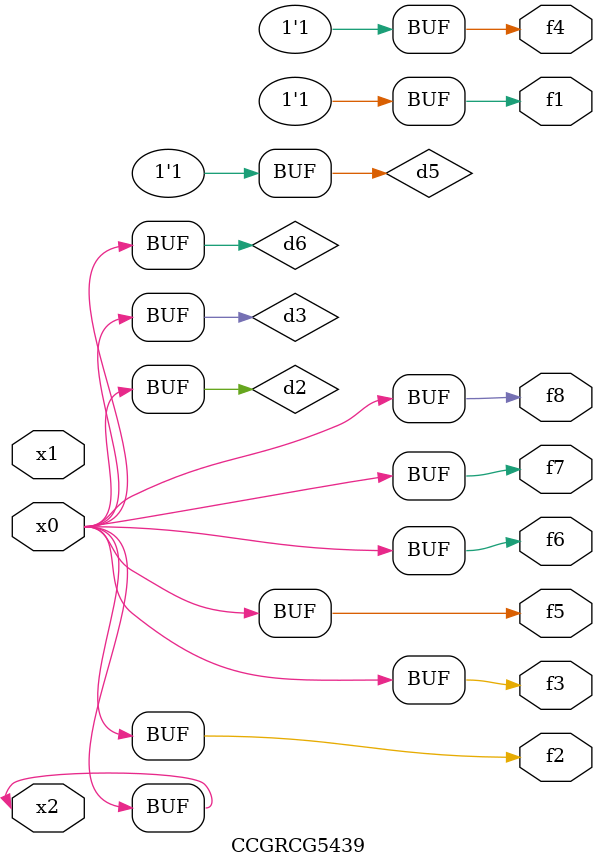
<source format=v>
module CCGRCG5439(
	input x0, x1, x2,
	output f1, f2, f3, f4, f5, f6, f7, f8
);

	wire d1, d2, d3, d4, d5, d6;

	xnor (d1, x2);
	buf (d2, x0, x2);
	and (d3, x0);
	xnor (d4, x1, x2);
	nand (d5, d1, d3);
	buf (d6, d2, d3);
	assign f1 = d5;
	assign f2 = d6;
	assign f3 = d6;
	assign f4 = d5;
	assign f5 = d6;
	assign f6 = d6;
	assign f7 = d6;
	assign f8 = d6;
endmodule

</source>
